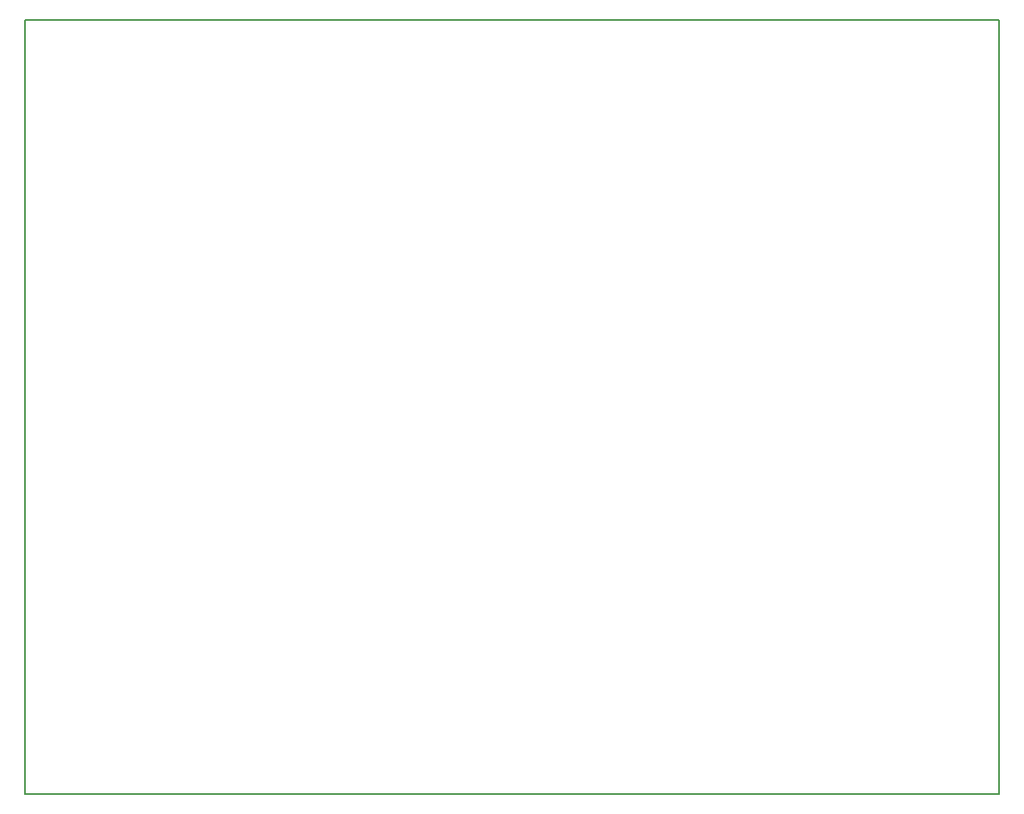
<source format=gm1>
G04 #@! TF.FileFunction,Profile,NP*
%FSLAX46Y46*%
G04 Gerber Fmt 4.6, Leading zero omitted, Abs format (unit mm)*
G04 Created by KiCad (PCBNEW 4.0.5) date Tuesday, September 05, 2017 'PMt' 07:35:30 PM*
%MOMM*%
%LPD*%
G01*
G04 APERTURE LIST*
%ADD10C,0.100000*%
%ADD11C,0.150000*%
G04 APERTURE END LIST*
D10*
D11*
X106680000Y-40640000D02*
X106680000Y-119380000D01*
X205740000Y-40640000D02*
X106680000Y-40640000D01*
X205740000Y-119380000D02*
X205740000Y-40640000D01*
X106680000Y-119380000D02*
X205740000Y-119380000D01*
M02*

</source>
